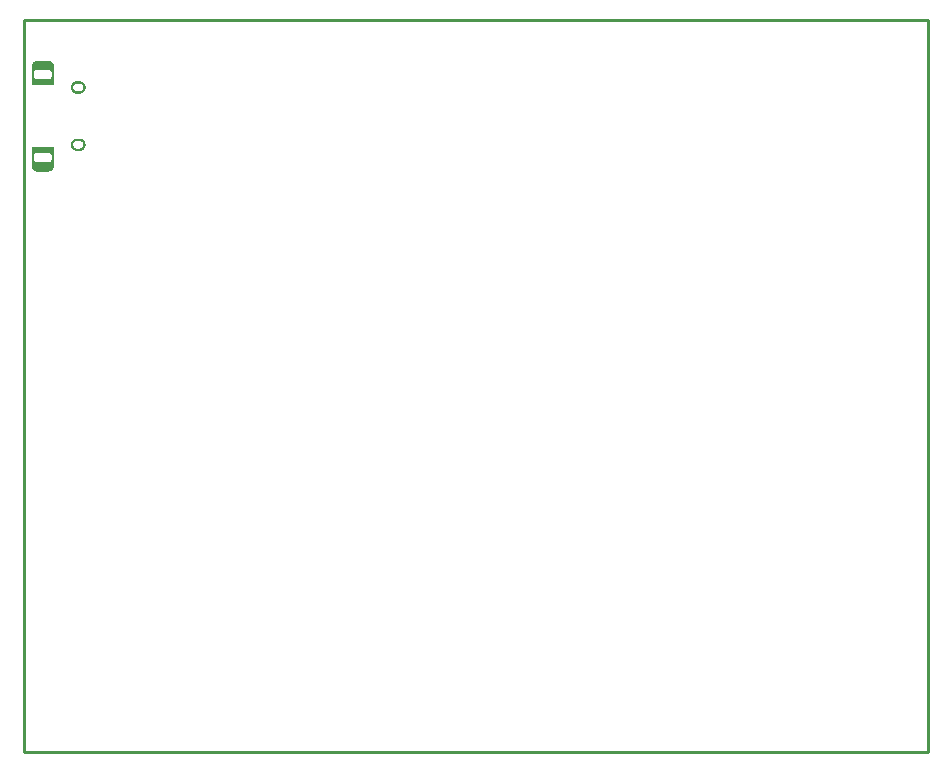
<source format=gbp>
G04 Layer_Color=128*
%FSLAX25Y25*%
%MOIN*%
G70*
G01*
G75*
%ADD38C,0.01000*%
G36*
X18518Y223611D02*
X18625Y223603D01*
X18733Y223589D01*
X18839Y223569D01*
X18944Y223544D01*
X19048Y223513D01*
X19150Y223477D01*
X19250Y223435D01*
X19348Y223389D01*
X19443Y223337D01*
X19535Y223281D01*
X19624Y223219D01*
X19710Y223153D01*
X19793Y223083D01*
X19871Y223009D01*
X19945Y222930D01*
X20016Y222848D01*
X20082Y222762D01*
X20143Y222673D01*
X20199Y222581D01*
X20251Y222486D01*
X20298Y222388D01*
X20339Y222288D01*
X20375Y222186D01*
X20406Y222082D01*
X20431Y221977D01*
X20451Y221871D01*
X20465Y221763D01*
X20473Y221655D01*
X20476Y221547D01*
X20473Y221439D01*
X20465Y221331D01*
X20451Y221224D01*
X20431Y221117D01*
X20406Y221012D01*
X20375Y220908D01*
X20339Y220807D01*
X20298Y220707D01*
X20251Y220609D01*
X20199Y220514D01*
X20143Y220422D01*
X20082Y220332D01*
X20016Y220247D01*
X19945Y220164D01*
X19871Y220086D01*
X19793Y220011D01*
X19710Y219941D01*
X19624Y219875D01*
X19535Y219814D01*
X19443Y219757D01*
X19348Y219706D01*
X19250Y219659D01*
X19150Y219618D01*
X19048Y219582D01*
X18944Y219551D01*
X18839Y219526D01*
X18733Y219506D01*
X18625Y219492D01*
X18518Y219483D01*
X18409Y219480D01*
X17622D01*
X17514Y219483D01*
X17406Y219492D01*
X17299Y219506D01*
X17192Y219526D01*
X17087Y219551D01*
X16983Y219582D01*
X16881Y219618D01*
X16781Y219659D01*
X16684Y219706D01*
X16589Y219757D01*
X16496Y219814D01*
X16407Y219875D01*
X16321Y219941D01*
X16239Y220011D01*
X16161Y220086D01*
X16086Y220164D01*
X16016Y220247D01*
X15950Y220332D01*
X15889Y220422D01*
X15832Y220514D01*
X15780Y220609D01*
X15734Y220707D01*
X15692Y220807D01*
X15656Y220908D01*
X15626Y221012D01*
X15600Y221117D01*
X15581Y221224D01*
X15566Y221331D01*
X15558Y221439D01*
X15555Y221547D01*
X15558Y221655D01*
X15566Y221763D01*
X15581Y221871D01*
X15600Y221977D01*
X15626Y222082D01*
X15656Y222186D01*
X15692Y222288D01*
X15734Y222388D01*
X15780Y222486D01*
X15832Y222581D01*
X15889Y222673D01*
X15950Y222762D01*
X16016Y222848D01*
X16086Y222930D01*
X16161Y223009D01*
X16239Y223083D01*
X16321Y223153D01*
X16407Y223219D01*
X16496Y223281D01*
X16589Y223337D01*
X16684Y223389D01*
X16781Y223435D01*
X16881Y223477D01*
X16983Y223513D01*
X17087Y223544D01*
X17192Y223569D01*
X17299Y223589D01*
X17406Y223603D01*
X17514Y223611D01*
X17622Y223614D01*
X18409D01*
X18518Y223611D01*
D02*
G37*
G36*
Y204517D02*
X18625Y204508D01*
X18733Y204494D01*
X18839Y204474D01*
X18944Y204449D01*
X19048Y204418D01*
X19150Y204382D01*
X19250Y204341D01*
X19348Y204294D01*
X19443Y204243D01*
X19535Y204186D01*
X19624Y204125D01*
X19710Y204059D01*
X19793Y203989D01*
X19871Y203914D01*
X19945Y203836D01*
X20016Y203753D01*
X20082Y203668D01*
X20143Y203578D01*
X20199Y203486D01*
X20251Y203391D01*
X20298Y203293D01*
X20339Y203193D01*
X20375Y203092D01*
X20406Y202988D01*
X20431Y202883D01*
X20451Y202776D01*
X20465Y202669D01*
X20473Y202561D01*
X20476Y202453D01*
X20473Y202345D01*
X20465Y202237D01*
X20451Y202129D01*
X20431Y202023D01*
X20406Y201918D01*
X20375Y201814D01*
X20339Y201712D01*
X20298Y201612D01*
X20251Y201514D01*
X20199Y201419D01*
X20143Y201327D01*
X20082Y201238D01*
X20016Y201152D01*
X19945Y201070D01*
X19871Y200991D01*
X19793Y200917D01*
X19710Y200847D01*
X19624Y200781D01*
X19535Y200719D01*
X19443Y200663D01*
X19348Y200611D01*
X19250Y200565D01*
X19150Y200523D01*
X19048Y200487D01*
X18944Y200456D01*
X18839Y200431D01*
X18733Y200411D01*
X18625Y200397D01*
X18518Y200389D01*
X18409Y200386D01*
X17622D01*
X17514Y200389D01*
X17406Y200397D01*
X17299Y200411D01*
X17192Y200431D01*
X17087Y200456D01*
X16983Y200487D01*
X16881Y200523D01*
X16781Y200565D01*
X16684Y200611D01*
X16589Y200663D01*
X16496Y200719D01*
X16407Y200781D01*
X16321Y200847D01*
X16239Y200917D01*
X16161Y200991D01*
X16086Y201070D01*
X16016Y201152D01*
X15950Y201238D01*
X15889Y201327D01*
X15832Y201419D01*
X15780Y201514D01*
X15734Y201612D01*
X15692Y201712D01*
X15656Y201814D01*
X15626Y201918D01*
X15600Y202023D01*
X15581Y202129D01*
X15566Y202237D01*
X15558Y202345D01*
X15555Y202453D01*
X15558Y202561D01*
X15566Y202669D01*
X15581Y202776D01*
X15600Y202883D01*
X15626Y202988D01*
X15656Y203092D01*
X15692Y203193D01*
X15734Y203293D01*
X15780Y203391D01*
X15832Y203486D01*
X15889Y203578D01*
X15950Y203668D01*
X16016Y203753D01*
X16086Y203836D01*
X16161Y203914D01*
X16239Y203989D01*
X16321Y204059D01*
X16407Y204125D01*
X16496Y204186D01*
X16589Y204243D01*
X16684Y204294D01*
X16781Y204341D01*
X16881Y204382D01*
X16983Y204418D01*
X17087Y204449D01*
X17192Y204474D01*
X17299Y204494D01*
X17406Y204508D01*
X17514Y204517D01*
X17622Y204520D01*
X18409D01*
X18518Y204517D01*
D02*
G37*
G36*
X9945Y195465D02*
X9942Y195361D01*
X9934Y195259D01*
X9921Y195157D01*
X9902Y195055D01*
X9878Y194955D01*
X9849Y194856D01*
X9814Y194759D01*
X9775Y194664D01*
X9730Y194571D01*
X9681Y194480D01*
X9627Y194392D01*
X9569Y194307D01*
X9506Y194226D01*
X9439Y194147D01*
X9368Y194073D01*
X9294Y194002D01*
X9215Y193935D01*
X9133Y193872D01*
X9048Y193814D01*
X8961Y193760D01*
X8870Y193711D01*
X8777Y193666D01*
X8682Y193627D01*
X8585Y193592D01*
X8486Y193563D01*
X8386Y193539D01*
X8284Y193520D01*
X8182Y193507D01*
X8079Y193499D01*
X7976Y193496D01*
X4433D01*
X4330Y193499D01*
X4227Y193507D01*
X4125Y193520D01*
X4024Y193539D01*
X3924Y193563D01*
X3825Y193592D01*
X3728Y193627D01*
X3632Y193666D01*
X3539Y193711D01*
X3449Y193760D01*
X3361Y193814D01*
X3276Y193872D01*
X3194Y193935D01*
X3116Y194002D01*
X3041Y194073D01*
X2970Y194147D01*
X2903Y194226D01*
X2840Y194307D01*
X2782Y194392D01*
X2728Y194480D01*
X2679Y194571D01*
X2635Y194664D01*
X2595Y194759D01*
X2561Y194856D01*
X2532Y194955D01*
X2508Y195055D01*
X2489Y195157D01*
X2475Y195259D01*
X2467Y195361D01*
X2465Y195465D01*
Y201764D01*
X9945D01*
Y195465D01*
D02*
G37*
G36*
X8079Y230501D02*
X8182Y230493D01*
X8284Y230480D01*
X8386Y230461D01*
X8486Y230437D01*
X8585Y230408D01*
X8682Y230373D01*
X8777Y230334D01*
X8870Y230289D01*
X8961Y230240D01*
X9048Y230186D01*
X9133Y230128D01*
X9215Y230065D01*
X9294Y229998D01*
X9368Y229927D01*
X9439Y229853D01*
X9506Y229774D01*
X9569Y229693D01*
X9627Y229608D01*
X9681Y229520D01*
X9730Y229429D01*
X9775Y229336D01*
X9814Y229241D01*
X9849Y229144D01*
X9878Y229045D01*
X9902Y228945D01*
X9921Y228843D01*
X9934Y228741D01*
X9942Y228639D01*
X9945Y228535D01*
Y222236D01*
X2465D01*
Y228535D01*
X2467Y228639D01*
X2475Y228741D01*
X2489Y228843D01*
X2508Y228945D01*
X2532Y229045D01*
X2561Y229144D01*
X2595Y229241D01*
X2635Y229336D01*
X2679Y229429D01*
X2728Y229520D01*
X2782Y229608D01*
X2840Y229693D01*
X2903Y229774D01*
X2970Y229853D01*
X3041Y229927D01*
X3116Y229998D01*
X3194Y230065D01*
X3276Y230128D01*
X3361Y230186D01*
X3449Y230240D01*
X3539Y230289D01*
X3632Y230334D01*
X3728Y230373D01*
X3825Y230408D01*
X3924Y230437D01*
X4024Y230461D01*
X4125Y230480D01*
X4227Y230493D01*
X4330Y230501D01*
X4433Y230504D01*
X7976D01*
X8079Y230501D01*
D02*
G37*
%LPC*%
G36*
X18409Y222827D02*
X17622D01*
X17555Y222825D01*
X17488Y222820D01*
X17422Y222811D01*
X17356Y222799D01*
X17291Y222783D01*
X17227Y222764D01*
X17164Y222742D01*
X17102Y222716D01*
X17041Y222687D01*
X16982Y222655D01*
X16925Y222620D01*
X16870Y222582D01*
X16817Y222542D01*
X16766Y222498D01*
X16717Y222452D01*
X16671Y222403D01*
X16628Y222353D01*
X16587Y222299D01*
X16549Y222244D01*
X16514Y222187D01*
X16482Y222128D01*
X16453Y222068D01*
X16428Y222006D01*
X16405Y221943D01*
X16386Y221878D01*
X16371Y221813D01*
X16358Y221747D01*
X16350Y221681D01*
X16344Y221614D01*
X16342Y221547D01*
X16344Y221480D01*
X16350Y221413D01*
X16358Y221347D01*
X16371Y221281D01*
X16386Y221216D01*
X16405Y221152D01*
X16428Y221089D01*
X16453Y221027D01*
X16482Y220966D01*
X16514Y220907D01*
X16549Y220850D01*
X16587Y220795D01*
X16628Y220742D01*
X16671Y220691D01*
X16717Y220642D01*
X16766Y220596D01*
X16817Y220553D01*
X16870Y220512D01*
X16925Y220474D01*
X16982Y220439D01*
X17041Y220407D01*
X17102Y220378D01*
X17164Y220353D01*
X17227Y220330D01*
X17291Y220311D01*
X17356Y220296D01*
X17422Y220284D01*
X17488Y220275D01*
X17555Y220269D01*
X17622Y220268D01*
X18409D01*
X18476Y220269D01*
X18543Y220275D01*
X18610Y220284D01*
X18676Y220296D01*
X18741Y220311D01*
X18805Y220330D01*
X18868Y220353D01*
X18930Y220378D01*
X18990Y220407D01*
X19049Y220439D01*
X19106Y220474D01*
X19162Y220512D01*
X19215Y220553D01*
X19266Y220596D01*
X19314Y220642D01*
X19360Y220691D01*
X19404Y220742D01*
X19445Y220795D01*
X19483Y220850D01*
X19518Y220907D01*
X19549Y220966D01*
X19578Y221027D01*
X19604Y221089D01*
X19626Y221152D01*
X19645Y221216D01*
X19661Y221281D01*
X19673Y221347D01*
X19682Y221413D01*
X19687Y221480D01*
X19689Y221547D01*
X19687Y221614D01*
X19682Y221681D01*
X19673Y221747D01*
X19661Y221813D01*
X19645Y221878D01*
X19626Y221943D01*
X19604Y222006D01*
X19578Y222068D01*
X19549Y222128D01*
X19518Y222187D01*
X19483Y222244D01*
X19445Y222299D01*
X19404Y222353D01*
X19360Y222403D01*
X19314Y222452D01*
X19266Y222498D01*
X19215Y222542D01*
X19162Y222582D01*
X19106Y222620D01*
X19049Y222655D01*
X18990Y222687D01*
X18930Y222716D01*
X18868Y222742D01*
X18805Y222764D01*
X18741Y222783D01*
X18676Y222799D01*
X18610Y222811D01*
X18543Y222820D01*
X18476Y222825D01*
X18409Y222827D01*
D02*
G37*
G36*
Y203732D02*
X17622D01*
X17555Y203731D01*
X17488Y203725D01*
X17422Y203716D01*
X17356Y203704D01*
X17291Y203689D01*
X17227Y203670D01*
X17164Y203647D01*
X17102Y203622D01*
X17041Y203593D01*
X16982Y203561D01*
X16925Y203526D01*
X16870Y203488D01*
X16817Y203447D01*
X16766Y203404D01*
X16717Y203358D01*
X16671Y203309D01*
X16628Y203258D01*
X16587Y203205D01*
X16549Y203150D01*
X16514Y203093D01*
X16482Y203034D01*
X16453Y202973D01*
X16428Y202911D01*
X16405Y202848D01*
X16386Y202784D01*
X16371Y202719D01*
X16358Y202653D01*
X16350Y202587D01*
X16344Y202520D01*
X16342Y202453D01*
X16344Y202386D01*
X16350Y202319D01*
X16358Y202253D01*
X16371Y202187D01*
X16386Y202122D01*
X16405Y202057D01*
X16428Y201994D01*
X16453Y201932D01*
X16482Y201872D01*
X16514Y201813D01*
X16549Y201756D01*
X16587Y201701D01*
X16628Y201647D01*
X16671Y201597D01*
X16717Y201548D01*
X16766Y201502D01*
X16817Y201458D01*
X16870Y201418D01*
X16925Y201380D01*
X16982Y201345D01*
X17041Y201313D01*
X17102Y201284D01*
X17164Y201258D01*
X17227Y201236D01*
X17291Y201217D01*
X17356Y201201D01*
X17422Y201189D01*
X17488Y201180D01*
X17555Y201175D01*
X17622Y201173D01*
X18409D01*
X18476Y201175D01*
X18543Y201180D01*
X18610Y201189D01*
X18676Y201201D01*
X18741Y201217D01*
X18805Y201236D01*
X18868Y201258D01*
X18930Y201284D01*
X18990Y201313D01*
X19049Y201345D01*
X19106Y201380D01*
X19162Y201418D01*
X19215Y201458D01*
X19266Y201502D01*
X19314Y201548D01*
X19360Y201597D01*
X19404Y201647D01*
X19445Y201701D01*
X19483Y201756D01*
X19518Y201813D01*
X19549Y201872D01*
X19578Y201932D01*
X19604Y201994D01*
X19626Y202057D01*
X19645Y202122D01*
X19661Y202187D01*
X19673Y202253D01*
X19682Y202319D01*
X19687Y202386D01*
X19689Y202453D01*
X19687Y202520D01*
X19682Y202587D01*
X19673Y202653D01*
X19661Y202719D01*
X19645Y202784D01*
X19626Y202848D01*
X19604Y202911D01*
X19578Y202973D01*
X19549Y203034D01*
X19518Y203093D01*
X19483Y203150D01*
X19445Y203205D01*
X19404Y203258D01*
X19360Y203309D01*
X19314Y203358D01*
X19266Y203404D01*
X19215Y203447D01*
X19162Y203488D01*
X19106Y203526D01*
X19049Y203561D01*
X18990Y203593D01*
X18930Y203622D01*
X18868Y203647D01*
X18805Y203670D01*
X18741Y203689D01*
X18676Y203704D01*
X18610Y203716D01*
X18543Y203725D01*
X18476Y203731D01*
X18409Y203732D01*
D02*
G37*
G36*
X7976Y199795D02*
X4433D01*
X4371Y199794D01*
X4310Y199789D01*
X4248Y199781D01*
X4188Y199769D01*
X4127Y199755D01*
X4068Y199738D01*
X4010Y199717D01*
X3953Y199693D01*
X3897Y199667D01*
X3842Y199637D01*
X3790Y199605D01*
X3739Y199570D01*
X3690Y199532D01*
X3643Y199492D01*
X3598Y199449D01*
X3555Y199405D01*
X3515Y199357D01*
X3478Y199308D01*
X3443Y199257D01*
X3410Y199205D01*
X3381Y199150D01*
X3354Y199095D01*
X3330Y199037D01*
X3310Y198979D01*
X3292Y198920D01*
X3278Y198860D01*
X3266Y198799D01*
X3258Y198738D01*
X3254Y198676D01*
X3252Y198614D01*
Y197728D01*
X3254Y197667D01*
X3258Y197605D01*
X3266Y197544D01*
X3278Y197483D01*
X3292Y197423D01*
X3310Y197363D01*
X3330Y197305D01*
X3354Y197248D01*
X3381Y197192D01*
X3410Y197138D01*
X3443Y197085D01*
X3478Y197034D01*
X3515Y196985D01*
X3555Y196938D01*
X3598Y196893D01*
X3643Y196851D01*
X3690Y196810D01*
X3739Y196773D01*
X3790Y196738D01*
X3842Y196705D01*
X3897Y196676D01*
X3953Y196649D01*
X4010Y196626D01*
X4068Y196605D01*
X4127Y196588D01*
X4188Y196573D01*
X4248Y196562D01*
X4310Y196554D01*
X4371Y196549D01*
X4433Y196547D01*
X8075D01*
X8132Y196549D01*
X8188Y196553D01*
X8244Y196561D01*
X8300Y196571D01*
X8355Y196584D01*
X8409Y196600D01*
X8463Y196619D01*
X8515Y196641D01*
X8566Y196665D01*
X8616Y196692D01*
X8664Y196722D01*
X8711Y196754D01*
X8756Y196789D01*
X8799Y196825D01*
X8840Y196864D01*
X8879Y196906D01*
X8916Y196949D01*
X8951Y196994D01*
X8983Y197040D01*
X9012Y197089D01*
X9040Y197138D01*
X9064Y197190D01*
X9086Y197242D01*
X9104Y197295D01*
X9121Y197350D01*
X9134Y197405D01*
X9144Y197460D01*
X9152Y197517D01*
X9156Y197573D01*
X9157Y197630D01*
Y198614D01*
X9156Y198676D01*
X9151Y198738D01*
X9143Y198799D01*
X9132Y198860D01*
X9117Y198920D01*
X9100Y198979D01*
X9079Y199037D01*
X9055Y199095D01*
X9029Y199150D01*
X8999Y199205D01*
X8967Y199257D01*
X8932Y199308D01*
X8894Y199357D01*
X8854Y199405D01*
X8811Y199449D01*
X8767Y199492D01*
X8720Y199532D01*
X8671Y199570D01*
X8620Y199605D01*
X8567Y199637D01*
X8513Y199667D01*
X8457Y199693D01*
X8400Y199717D01*
X8341Y199738D01*
X8282Y199755D01*
X8222Y199769D01*
X8161Y199781D01*
X8100Y199789D01*
X8038Y199794D01*
X7976Y199795D01*
D02*
G37*
G36*
Y227453D02*
X4335D01*
X4278Y227451D01*
X4222Y227447D01*
X4165Y227439D01*
X4109Y227429D01*
X4054Y227416D01*
X4000Y227400D01*
X3947Y227381D01*
X3894Y227359D01*
X3843Y227335D01*
X3793Y227308D01*
X3745Y227278D01*
X3698Y227246D01*
X3653Y227211D01*
X3610Y227175D01*
X3569Y227136D01*
X3530Y227095D01*
X3493Y227051D01*
X3459Y227007D01*
X3427Y226960D01*
X3397Y226911D01*
X3370Y226862D01*
X3346Y226810D01*
X3324Y226758D01*
X3305Y226705D01*
X3289Y226650D01*
X3276Y226595D01*
X3265Y226539D01*
X3258Y226483D01*
X3254Y226427D01*
X3252Y226370D01*
Y225386D01*
X3254Y225324D01*
X3258Y225262D01*
X3266Y225201D01*
X3278Y225140D01*
X3292Y225080D01*
X3310Y225021D01*
X3330Y224963D01*
X3354Y224905D01*
X3381Y224850D01*
X3410Y224795D01*
X3443Y224743D01*
X3478Y224692D01*
X3515Y224642D01*
X3555Y224595D01*
X3598Y224551D01*
X3643Y224508D01*
X3690Y224468D01*
X3739Y224430D01*
X3790Y224395D01*
X3842Y224363D01*
X3897Y224334D01*
X3953Y224307D01*
X4010Y224283D01*
X4068Y224262D01*
X4127Y224245D01*
X4188Y224231D01*
X4248Y224219D01*
X4310Y224211D01*
X4371Y224206D01*
X4433Y224205D01*
X7976D01*
X8038Y224206D01*
X8100Y224211D01*
X8161Y224219D01*
X8222Y224231D01*
X8282Y224245D01*
X8341Y224262D01*
X8400Y224283D01*
X8457Y224307D01*
X8513Y224334D01*
X8567Y224363D01*
X8620Y224395D01*
X8671Y224430D01*
X8720Y224468D01*
X8767Y224508D01*
X8811Y224551D01*
X8854Y224595D01*
X8894Y224642D01*
X8932Y224692D01*
X8967Y224743D01*
X8999Y224795D01*
X9029Y224850D01*
X9055Y224905D01*
X9079Y224963D01*
X9100Y225021D01*
X9117Y225080D01*
X9132Y225140D01*
X9143Y225201D01*
X9151Y225262D01*
X9156Y225324D01*
X9157Y225386D01*
Y226272D01*
X9156Y226333D01*
X9151Y226395D01*
X9143Y226456D01*
X9132Y226517D01*
X9117Y226577D01*
X9100Y226637D01*
X9079Y226695D01*
X9055Y226752D01*
X9029Y226808D01*
X8999Y226862D01*
X8967Y226915D01*
X8932Y226966D01*
X8894Y227015D01*
X8854Y227062D01*
X8811Y227107D01*
X8767Y227149D01*
X8720Y227189D01*
X8671Y227227D01*
X8620Y227262D01*
X8567Y227294D01*
X8513Y227324D01*
X8457Y227351D01*
X8400Y227374D01*
X8341Y227395D01*
X8282Y227413D01*
X8222Y227427D01*
X8161Y227438D01*
X8100Y227446D01*
X8038Y227451D01*
X7976Y227453D01*
D02*
G37*
%LPD*%
D38*
X0Y0D02*
X301181D01*
Y244100D01*
X0D02*
X301181D01*
X0Y0D02*
Y244100D01*
M02*

</source>
